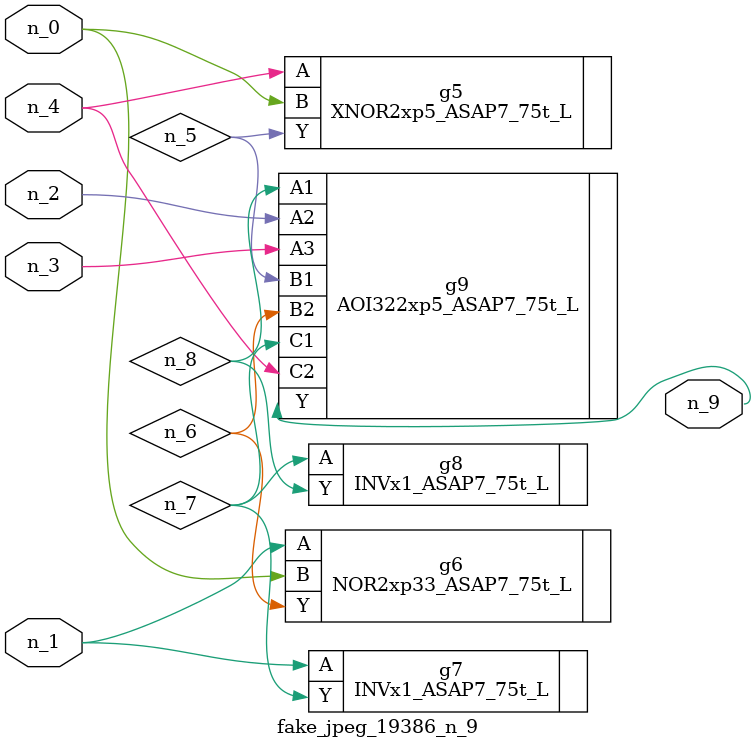
<source format=v>
module fake_jpeg_19386_n_9 (n_3, n_2, n_1, n_0, n_4, n_9);

input n_3;
input n_2;
input n_1;
input n_0;
input n_4;

output n_9;

wire n_8;
wire n_6;
wire n_5;
wire n_7;

XNOR2xp5_ASAP7_75t_L g5 ( 
.A(n_4),
.B(n_0),
.Y(n_5)
);

NOR2xp33_ASAP7_75t_L g6 ( 
.A(n_1),
.B(n_0),
.Y(n_6)
);

INVx1_ASAP7_75t_L g7 ( 
.A(n_1),
.Y(n_7)
);

INVx1_ASAP7_75t_L g8 ( 
.A(n_7),
.Y(n_8)
);

AOI322xp5_ASAP7_75t_L g9 ( 
.A1(n_8),
.A2(n_2),
.A3(n_3),
.B1(n_5),
.B2(n_6),
.C1(n_7),
.C2(n_4),
.Y(n_9)
);


endmodule
</source>
